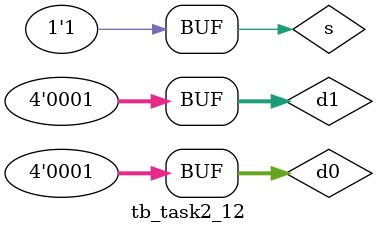
<source format=v>
`timescale 1ns/1ps
`include "test\\task2_12.v"

module tb_task2_12;

    // task2_12 Parameters
    parameter PERIOD = 10;

    // task2_12 Inputs
    reg [3:0] d0 = 0;
    reg [3:0] d1 = 0;
    reg s = 0;

    // task2_12 Outputs
    wire [3:0] y;

    task2_12 u_task2_12 (
        .d0(d0[3:0]),
        .d1(d1[3:0]),
        .s(s),
        .y(y[3:0])
    );

    initial begin
        d0 = 0; d1 = 0; s = 0;
        #PERIOD;
        d0 = 0; d1 = 0; s = 1;
        #PERIOD;
        d0 = 0; d1 = 1; s = 0;
        #PERIOD;
        d0 = 0; d1 = 1; s = 1;
        #PERIOD;
        d0 = 1; d1 = 0; s = 0;
        #PERIOD;
        d0 = 1; d1 = 0; s = 1;
        #PERIOD;
        d0 = 1; d1 = 1; s = 0;
        #PERIOD;
        d0 = 1; d1 = 1; s = 1;
        #PERIOD;
    end

endmodule
</source>
